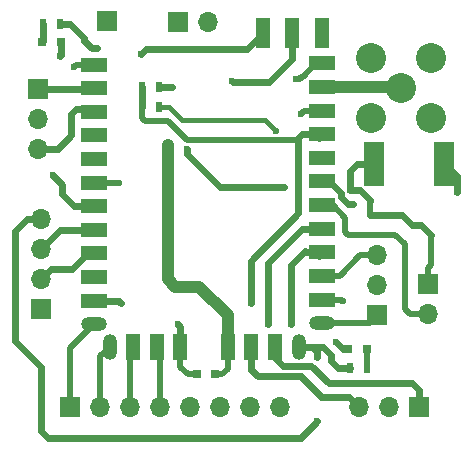
<source format=gbr>
G04 #@! TF.GenerationSoftware,KiCad,Pcbnew,(2017-04-02 revision 2c33fad45)-master*
G04 #@! TF.CreationDate,2017-04-07T18:54:23+05:30*
G04 #@! TF.ProjectId,LoRaBoard,4C6F5261426F6172642E6B696361645F,rev?*
G04 #@! TF.FileFunction,Copper,L1,Top,Signal*
G04 #@! TF.FilePolarity,Positive*
%FSLAX46Y46*%
G04 Gerber Fmt 4.6, Leading zero omitted, Abs format (unit mm)*
G04 Created by KiCad (PCBNEW (2017-04-02 revision 2c33fad45)-master) date Fri Apr  7 18:54:23 2017*
%MOMM*%
%LPD*%
G01*
G04 APERTURE LIST*
%ADD10C,0.100000*%
%ADD11R,2.200000X1.200000*%
%ADD12O,2.200000X1.200000*%
%ADD13O,1.200000X2.200000*%
%ADD14R,1.200000X2.200000*%
%ADD15R,0.800000X0.750000*%
%ADD16R,0.800000X0.800000*%
%ADD17R,1.700000X1.700000*%
%ADD18O,1.700000X1.700000*%
%ADD19R,0.500000X0.900000*%
%ADD20C,2.540000*%
%ADD21R,1.699260X3.698240*%
%ADD22R,1.198880X2.499360*%
%ADD23C,0.600000*%
%ADD24C,0.550000*%
%ADD25C,0.600000*%
%ADD26C,1.000000*%
%ADD27C,0.450000*%
%ADD28C,0.500000*%
G04 APERTURE END LIST*
D10*
D11*
X148501100Y-105003600D03*
X148501100Y-107003600D03*
X148501100Y-109003600D03*
X148501100Y-111003600D03*
X148501100Y-113003600D03*
X148501100Y-115003600D03*
X148501100Y-117003600D03*
X148501100Y-119003600D03*
X148501100Y-121003600D03*
X148501100Y-123003600D03*
X148501100Y-125003600D03*
D12*
X148501100Y-127003600D03*
D13*
X149831100Y-128903600D03*
D14*
X151831100Y-128903600D03*
X153831100Y-128903600D03*
X155831100Y-128903600D03*
X159831100Y-128903600D03*
X161831100Y-128903600D03*
X163831100Y-128903600D03*
D13*
X165831100Y-128903600D03*
D12*
X167831100Y-126903600D03*
D11*
X167831100Y-124903600D03*
X167831100Y-122903600D03*
X167831100Y-120903600D03*
X167831100Y-118903600D03*
X167831100Y-116903600D03*
X167831100Y-114903600D03*
X167831100Y-112903600D03*
X167831100Y-110903600D03*
X167831100Y-108903600D03*
X167831100Y-106903600D03*
X167831100Y-104903600D03*
D15*
X158750000Y-131250000D03*
X157250000Y-131250000D03*
D16*
X171600000Y-129100000D03*
X170000000Y-129100000D03*
X144100000Y-103100000D03*
X145700000Y-103100000D03*
D17*
X143800000Y-107060000D03*
D18*
X143800000Y-109600000D03*
X143800000Y-112140000D03*
D17*
X172500000Y-126250000D03*
D18*
X172500000Y-123710000D03*
X172500000Y-121170000D03*
D17*
X176000000Y-134000000D03*
D18*
X173460000Y-134000000D03*
X170920000Y-134000000D03*
D17*
X144000000Y-125740000D03*
D18*
X144000000Y-123200000D03*
X144000000Y-120660000D03*
X144000000Y-118120000D03*
D17*
X146500000Y-134000000D03*
D18*
X149040000Y-134000000D03*
X151580000Y-134000000D03*
X154120000Y-134000000D03*
X156660000Y-134000000D03*
X159200000Y-134000000D03*
X161740000Y-134000000D03*
X164280000Y-134000000D03*
D17*
X176750000Y-123600000D03*
D18*
X176750000Y-126140000D03*
D17*
X155660000Y-101400000D03*
D18*
X158200000Y-101400000D03*
D19*
X171650000Y-130700000D03*
X170150000Y-130700000D03*
X144150000Y-101600000D03*
X145650000Y-101600000D03*
D20*
X174500000Y-107000000D03*
X177040000Y-104460000D03*
X177040000Y-109540000D03*
X171960000Y-104460000D03*
X171960000Y-109540000D03*
D21*
X172251060Y-113400000D03*
X178148940Y-113400000D03*
D22*
X162800640Y-102348280D03*
X165300000Y-102348280D03*
X167799360Y-102348280D03*
D19*
X152550000Y-106900000D03*
X154050000Y-106900000D03*
X152550000Y-108600000D03*
X154050000Y-108600000D03*
D17*
X149600000Y-101300000D03*
D23*
X148800000Y-103600000D03*
X154800000Y-111800000D03*
X156400000Y-112200000D03*
X164600000Y-115400000D03*
X170200000Y-115600000D03*
X145600000Y-104300000D03*
X169000000Y-128500000D03*
X163900000Y-110600000D03*
X170400000Y-116800000D03*
X146800000Y-105200000D03*
X166000000Y-109200000D03*
X150600000Y-115000000D03*
X169600000Y-125000000D03*
X165600000Y-106200000D03*
X155600000Y-127000000D03*
X150800000Y-125200000D03*
X155100000Y-106900000D03*
X167400000Y-129800000D03*
X167400000Y-135200000D03*
X165200000Y-127000000D03*
X163200000Y-127000000D03*
X161800000Y-125200000D03*
X152500000Y-104100000D03*
X160200000Y-106400000D03*
X179200000Y-115800000D03*
X145000000Y-114400000D03*
D24*
X176750000Y-123600000D02*
X176750000Y-122200000D01*
X176750000Y-122200000D02*
X177000000Y-121950000D01*
X177000000Y-121950000D02*
X177000000Y-119397500D01*
D25*
X146500000Y-101600000D02*
X147700000Y-102800000D01*
X147700000Y-102800000D02*
X147700000Y-103000000D01*
X147700000Y-103000000D02*
X148300000Y-103600000D01*
X148300000Y-103600000D02*
X148800000Y-103600000D01*
X145650000Y-101600000D02*
X146500000Y-101600000D01*
X175400000Y-118600000D02*
X176202500Y-118600000D01*
X176202500Y-118600000D02*
X177000000Y-119397500D01*
X174548980Y-117748980D02*
X175400000Y-118600000D01*
X171851480Y-117748980D02*
X174548980Y-117748980D01*
X170200000Y-115600000D02*
X170200000Y-114001430D01*
X170200000Y-114001430D02*
X170801430Y-113400000D01*
X170801430Y-113400000D02*
X172251060Y-113400000D01*
D26*
X154800000Y-123200000D02*
X154800000Y-111800000D01*
X155400000Y-123800000D02*
X154800000Y-123200000D01*
X157400000Y-123800000D02*
X155400000Y-123800000D01*
X159831100Y-126231100D02*
X157400000Y-123800000D01*
X159831100Y-128903600D02*
X159831100Y-126231100D01*
D25*
X159200000Y-115400000D02*
X156400000Y-112600000D01*
X156400000Y-112600000D02*
X156400000Y-112200000D01*
X164600000Y-115400000D02*
X159200000Y-115400000D01*
X171851480Y-116451480D02*
X171000000Y-115600000D01*
X171000000Y-115600000D02*
X170200000Y-115600000D01*
X171851480Y-116599540D02*
X171851480Y-116451480D01*
D24*
X171851480Y-117748980D02*
X171851480Y-116599540D01*
X158750000Y-131250000D02*
X159350000Y-131250000D01*
X159831100Y-130768900D02*
X159831100Y-128903600D01*
X159350000Y-131250000D02*
X159831100Y-130768900D01*
D25*
X145700000Y-103100000D02*
X145700000Y-104200000D01*
X145700000Y-104200000D02*
X145600000Y-104300000D01*
X170000000Y-129100000D02*
X169600000Y-129100000D01*
X169600000Y-129100000D02*
X169000000Y-128500000D01*
D27*
X154900000Y-108600000D02*
X156000000Y-109700000D01*
X156000000Y-109700000D02*
X163000000Y-109700000D01*
X163000000Y-109700000D02*
X163900000Y-110600000D01*
X154050000Y-108600000D02*
X154900000Y-108600000D01*
D25*
X170000000Y-116800000D02*
X170400000Y-116800000D01*
X169431101Y-116231101D02*
X170000000Y-116800000D01*
X167831100Y-114903600D02*
X168431102Y-114903600D01*
X168431102Y-114903600D02*
X169431101Y-115903599D01*
X169431101Y-115903599D02*
X169431101Y-116231101D01*
D24*
X148501100Y-105003600D02*
X146996400Y-105003600D01*
X146996400Y-105003600D02*
X146800000Y-105200000D01*
X167831100Y-108903600D02*
X166296400Y-108903600D01*
X166296400Y-108903600D02*
X166000000Y-109200000D01*
X150196400Y-115003600D02*
X150200000Y-115000000D01*
X150200000Y-115000000D02*
X150600000Y-115000000D01*
X148501100Y-115003600D02*
X150196400Y-115003600D01*
X167831100Y-114903600D02*
X168496400Y-114903600D01*
X167831100Y-124903600D02*
X169503600Y-124903600D01*
X169503600Y-124903600D02*
X169600000Y-125000000D01*
X166053600Y-106053600D02*
X165907200Y-106200000D01*
X165907200Y-106200000D02*
X165600000Y-106200000D01*
X167831100Y-104903600D02*
X167331100Y-104903600D01*
X167331100Y-104903600D02*
X166181100Y-106053600D01*
X166181100Y-106053600D02*
X166053600Y-106053600D01*
D25*
X155831100Y-128903600D02*
X155831100Y-127231100D01*
X155831100Y-127231100D02*
X155600000Y-127000000D01*
X148501100Y-125003600D02*
X150603600Y-125003600D01*
X150603600Y-125003600D02*
X150800000Y-125200000D01*
D24*
X157250000Y-131250000D02*
X156450000Y-131250000D01*
X155831100Y-130631100D02*
X155831100Y-128903600D01*
X156450000Y-131250000D02*
X155831100Y-130631100D01*
D25*
X154050000Y-106900000D02*
X155100000Y-106900000D01*
D24*
X171600000Y-129100000D02*
X171600000Y-130650000D01*
X171600000Y-130650000D02*
X171650000Y-130700000D01*
D25*
X144150000Y-101600000D02*
X144150000Y-103050000D01*
X144150000Y-103050000D02*
X144100000Y-103100000D01*
X143800000Y-107060000D02*
X148444700Y-107060000D01*
X148444700Y-107060000D02*
X148501100Y-107003600D01*
X143800000Y-112140000D02*
X145460000Y-112140000D01*
X145460000Y-112140000D02*
X146600000Y-111000000D01*
X146600000Y-109204700D02*
X147004700Y-108800000D01*
X146600000Y-111000000D02*
X146600000Y-109204700D01*
X147004700Y-108800000D02*
X148297500Y-108800000D01*
X148297500Y-108800000D02*
X148501100Y-109003600D01*
D28*
X167831100Y-126903600D02*
X171846400Y-126903600D01*
X171846400Y-126903600D02*
X172500000Y-126250000D01*
X167831100Y-122903600D02*
X169296400Y-122903600D01*
X171030000Y-121170000D02*
X172500000Y-121170000D01*
X169296400Y-122903600D02*
X171030000Y-121170000D01*
D25*
X163831100Y-128903600D02*
X163831100Y-129831100D01*
X163831100Y-129831100D02*
X164503610Y-130503610D01*
X164503610Y-130503610D02*
X166903610Y-130503610D01*
X166903610Y-130503610D02*
X168400000Y-132000000D01*
X168400000Y-132000000D02*
X175450000Y-132000000D01*
X175450000Y-132000000D02*
X176000000Y-132550000D01*
X176000000Y-132550000D02*
X176000000Y-134000000D01*
X162400000Y-131400000D02*
X161831100Y-130831100D01*
X161831100Y-130831100D02*
X161831100Y-128903600D01*
X166000000Y-131400000D02*
X162400000Y-131400000D01*
X167750001Y-133150001D02*
X166000000Y-131400000D01*
X170920000Y-134000000D02*
X170070001Y-133150001D01*
X170070001Y-133150001D02*
X167750001Y-133150001D01*
X144000000Y-123200000D02*
X144849999Y-122350001D01*
X144849999Y-122350001D02*
X146654699Y-122350001D01*
X146654699Y-122350001D02*
X148001100Y-121003600D01*
X148001100Y-121003600D02*
X148501100Y-121003600D01*
X144000000Y-120660000D02*
X145656400Y-119003600D01*
X145656400Y-119003600D02*
X148501100Y-119003600D01*
X165831100Y-128903600D02*
X167903600Y-128903600D01*
X169200000Y-130700000D02*
X170150000Y-130700000D01*
X168600000Y-130100000D02*
X169200000Y-130700000D01*
X168600000Y-129600000D02*
X168600000Y-130100000D01*
X167903600Y-128903600D02*
X168600000Y-129600000D01*
X167224264Y-129200000D02*
X167224264Y-129096764D01*
X167031100Y-128903600D02*
X165831100Y-128903600D01*
X167224264Y-129096764D02*
X167031100Y-128903600D01*
X167400000Y-129800000D02*
X167400000Y-129375736D01*
X167400000Y-129375736D02*
X167224264Y-129200000D01*
X166000000Y-136600000D02*
X167400000Y-135200000D01*
X144600000Y-136600000D02*
X166000000Y-136600000D01*
X144000000Y-136000000D02*
X144600000Y-136600000D01*
X144000000Y-130600000D02*
X144000000Y-136000000D01*
X141800000Y-128400000D02*
X144000000Y-130600000D01*
X141800000Y-119117919D02*
X141800000Y-128400000D01*
X144000000Y-118120000D02*
X142797919Y-118120000D01*
X142797919Y-118120000D02*
X141800000Y-119117919D01*
D28*
X146500000Y-134000000D02*
X146500000Y-129004700D01*
X146500000Y-129004700D02*
X148501100Y-127003600D01*
X149040000Y-134000000D02*
X149040000Y-129694700D01*
X149040000Y-129694700D02*
X149831100Y-128903600D01*
X151580000Y-134000000D02*
X151580000Y-129154700D01*
X151580000Y-129154700D02*
X151831100Y-128903600D01*
X154120000Y-134000000D02*
X154120000Y-129192500D01*
X154120000Y-129192500D02*
X153831100Y-128903600D01*
D25*
X165200000Y-127000000D02*
X165200000Y-122000000D01*
X166400000Y-120800000D02*
X166503600Y-120903600D01*
X165200000Y-122000000D02*
X166400000Y-120800000D01*
X166503600Y-120903600D02*
X167831100Y-120903600D01*
X167534700Y-121200000D02*
X167831100Y-120903600D01*
D24*
X167734700Y-121000000D02*
X167831100Y-120903600D01*
D25*
X166131100Y-118903600D02*
X167831100Y-118903600D01*
X163200000Y-127000000D02*
X163200000Y-121834700D01*
X163200000Y-121834700D02*
X166131100Y-118903600D01*
X167727500Y-118800000D02*
X167831100Y-118903600D01*
D24*
X152550000Y-108600000D02*
X152550000Y-109550000D01*
X156400000Y-111400000D02*
X165800000Y-111400000D01*
X154800000Y-109800000D02*
X156400000Y-111400000D01*
X152800000Y-109800000D02*
X154800000Y-109800000D01*
X152550000Y-109550000D02*
X152800000Y-109800000D01*
D25*
X152550000Y-106900000D02*
X152550000Y-108600000D01*
X161800000Y-121600000D02*
X161800000Y-125200000D01*
X165800000Y-117600000D02*
X165800000Y-111400000D01*
X161800000Y-121600000D02*
X165800000Y-117600000D01*
X165800000Y-111400000D02*
X165800000Y-111234700D01*
X166131100Y-110903600D02*
X167831100Y-110903600D01*
X165800000Y-111234700D02*
X166131100Y-110903600D01*
X167534700Y-111200000D02*
X167831100Y-110903600D01*
D24*
X167831100Y-116903600D02*
X168703600Y-116903600D01*
X174800000Y-125700000D02*
X175240000Y-126140000D01*
X168703600Y-116903600D02*
X169777549Y-117977549D01*
X169777549Y-117977549D02*
X169777549Y-119177549D01*
X169777549Y-119177549D02*
X170000000Y-119400000D01*
X175240000Y-126140000D02*
X176750000Y-126140000D01*
X170000000Y-119400000D02*
X174000000Y-119400000D01*
X174000000Y-119400000D02*
X174800000Y-120200000D01*
X174800000Y-120200000D02*
X174800000Y-125700000D01*
D25*
X161448920Y-103700000D02*
X162800640Y-102348280D01*
X152900000Y-103700000D02*
X161448920Y-103700000D01*
X152500000Y-104100000D02*
X152900000Y-103700000D01*
X165300000Y-104500000D02*
X165300000Y-102348280D01*
X163300000Y-106500000D02*
X165300000Y-104500000D01*
X160300000Y-106500000D02*
X163300000Y-106500000D01*
X160200000Y-106400000D02*
X160300000Y-106500000D01*
X179200000Y-115800000D02*
X179200000Y-114451060D01*
X179200000Y-114451060D02*
X178148940Y-113400000D01*
X145800000Y-116002500D02*
X145800000Y-115200000D01*
X145800000Y-115200000D02*
X145000000Y-114400000D01*
X148501100Y-117003600D02*
X146801100Y-117003600D01*
X146801100Y-117003600D02*
X145800000Y-116002500D01*
D26*
X167831100Y-106903600D02*
X174403600Y-106903600D01*
X174403600Y-106903600D02*
X174500000Y-107000000D01*
M02*

</source>
